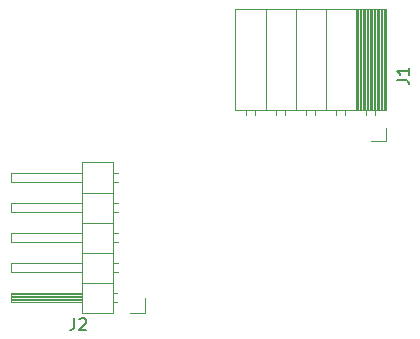
<source format=gbr>
%TF.GenerationSoftware,KiCad,Pcbnew,7.0.1*%
%TF.CreationDate,2023-10-04T10:52:54-04:00*%
%TF.ProjectId,TacTile-L2C,54616354-696c-4652-9d4c-32432e6b6963,rev?*%
%TF.SameCoordinates,Original*%
%TF.FileFunction,Legend,Top*%
%TF.FilePolarity,Positive*%
%FSLAX46Y46*%
G04 Gerber Fmt 4.6, Leading zero omitted, Abs format (unit mm)*
G04 Created by KiCad (PCBNEW 7.0.1) date 2023-10-04 10:52:54*
%MOMM*%
%LPD*%
G01*
G04 APERTURE LIST*
%ADD10C,0.150000*%
%ADD11C,0.120000*%
G04 APERTURE END LIST*
D10*
%TO.C,J1*%
X51732619Y-31053333D02*
X52446904Y-31053333D01*
X52446904Y-31053333D02*
X52589761Y-31100952D01*
X52589761Y-31100952D02*
X52685000Y-31196190D01*
X52685000Y-31196190D02*
X52732619Y-31339047D01*
X52732619Y-31339047D02*
X52732619Y-31434285D01*
X52732619Y-30053333D02*
X52732619Y-30624761D01*
X52732619Y-30339047D02*
X51732619Y-30339047D01*
X51732619Y-30339047D02*
X51875476Y-30434285D01*
X51875476Y-30434285D02*
X51970714Y-30529523D01*
X51970714Y-30529523D02*
X52018333Y-30624761D01*
%TO.C,J2*%
X24406666Y-51232619D02*
X24406666Y-51946904D01*
X24406666Y-51946904D02*
X24359047Y-52089761D01*
X24359047Y-52089761D02*
X24263809Y-52185000D01*
X24263809Y-52185000D02*
X24120952Y-52232619D01*
X24120952Y-52232619D02*
X24025714Y-52232619D01*
X24835238Y-51327857D02*
X24882857Y-51280238D01*
X24882857Y-51280238D02*
X24978095Y-51232619D01*
X24978095Y-51232619D02*
X25216190Y-51232619D01*
X25216190Y-51232619D02*
X25311428Y-51280238D01*
X25311428Y-51280238D02*
X25359047Y-51327857D01*
X25359047Y-51327857D02*
X25406666Y-51423095D01*
X25406666Y-51423095D02*
X25406666Y-51518333D01*
X25406666Y-51518333D02*
X25359047Y-51661190D01*
X25359047Y-51661190D02*
X24787619Y-52232619D01*
X24787619Y-52232619D02*
X25406666Y-52232619D01*
D11*
%TO.C,J1*%
X50830000Y-25010000D02*
X38010000Y-25010000D01*
X50830000Y-25010000D02*
X50830000Y-33640000D01*
X50710000Y-25010000D02*
X50710000Y-33640000D01*
X50591905Y-25010000D02*
X50591905Y-33640000D01*
X50473810Y-25010000D02*
X50473810Y-33640000D01*
X50355715Y-25010000D02*
X50355715Y-33640000D01*
X50237620Y-25010000D02*
X50237620Y-33640000D01*
X50119525Y-25010000D02*
X50119525Y-33640000D01*
X50001430Y-25010000D02*
X50001430Y-33640000D01*
X49883335Y-25010000D02*
X49883335Y-33640000D01*
X49765240Y-25010000D02*
X49765240Y-33640000D01*
X49647145Y-25010000D02*
X49647145Y-33640000D01*
X49529050Y-25010000D02*
X49529050Y-33640000D01*
X49410955Y-25010000D02*
X49410955Y-33640000D01*
X49292860Y-25010000D02*
X49292860Y-33640000D01*
X49174765Y-25010000D02*
X49174765Y-33640000D01*
X49056670Y-25010000D02*
X49056670Y-33640000D01*
X48938575Y-25010000D02*
X48938575Y-33640000D01*
X48820480Y-25010000D02*
X48820480Y-33640000D01*
X48702385Y-25010000D02*
X48702385Y-33640000D01*
X48584290Y-25010000D02*
X48584290Y-33640000D01*
X48466195Y-25010000D02*
X48466195Y-33640000D01*
X48348100Y-25010000D02*
X48348100Y-33640000D01*
X48230000Y-25010000D02*
X48230000Y-33640000D01*
X45690000Y-25010000D02*
X45690000Y-33640000D01*
X43150000Y-25010000D02*
X43150000Y-33640000D01*
X40610000Y-25010000D02*
X40610000Y-33640000D01*
X38010000Y-25010000D02*
X38010000Y-33640000D01*
X50830000Y-33640000D02*
X38010000Y-33640000D01*
X49860000Y-33640000D02*
X49860000Y-33990000D01*
X49140000Y-33640000D02*
X49140000Y-33990000D01*
X47320000Y-33640000D02*
X47320000Y-34050000D01*
X46600000Y-33640000D02*
X46600000Y-34050000D01*
X44780000Y-33640000D02*
X44780000Y-34050000D01*
X44060000Y-33640000D02*
X44060000Y-34050000D01*
X42240000Y-33640000D02*
X42240000Y-34050000D01*
X41520000Y-33640000D02*
X41520000Y-34050000D01*
X39700000Y-33640000D02*
X39700000Y-34050000D01*
X38980000Y-33640000D02*
X38980000Y-34050000D01*
X50830000Y-35100000D02*
X50830000Y-36210000D01*
X50830000Y-36210000D02*
X49500000Y-36210000D01*
%TO.C,J2*%
X30395000Y-50770000D02*
X29125000Y-50770000D01*
X30395000Y-49500000D02*
X30395000Y-50770000D01*
X28082071Y-47340000D02*
X27685000Y-47340000D01*
X28082071Y-46580000D02*
X27685000Y-46580000D01*
X28082071Y-44800000D02*
X27685000Y-44800000D01*
X28082071Y-44040000D02*
X27685000Y-44040000D01*
X28082071Y-42260000D02*
X27685000Y-42260000D01*
X28082071Y-41500000D02*
X27685000Y-41500000D01*
X28082071Y-39720000D02*
X27685000Y-39720000D01*
X28082071Y-38960000D02*
X27685000Y-38960000D01*
X28015000Y-49880000D02*
X27685000Y-49880000D01*
X28015000Y-49120000D02*
X27685000Y-49120000D01*
X27685000Y-50830000D02*
X27685000Y-38010000D01*
X27685000Y-48230000D02*
X25025000Y-48230000D01*
X27685000Y-45690000D02*
X25025000Y-45690000D01*
X27685000Y-43150000D02*
X25025000Y-43150000D01*
X27685000Y-40610000D02*
X25025000Y-40610000D01*
X27685000Y-38010000D02*
X25025000Y-38010000D01*
X25025000Y-50830000D02*
X27685000Y-50830000D01*
X25025000Y-49880000D02*
X19025000Y-49880000D01*
X25025000Y-49820000D02*
X19025000Y-49820000D01*
X25025000Y-49700000D02*
X19025000Y-49700000D01*
X25025000Y-49580000D02*
X19025000Y-49580000D01*
X25025000Y-49460000D02*
X19025000Y-49460000D01*
X25025000Y-49340000D02*
X19025000Y-49340000D01*
X25025000Y-49220000D02*
X19025000Y-49220000D01*
X25025000Y-47340000D02*
X19025000Y-47340000D01*
X25025000Y-44800000D02*
X19025000Y-44800000D01*
X25025000Y-42260000D02*
X19025000Y-42260000D01*
X25025000Y-39720000D02*
X19025000Y-39720000D01*
X25025000Y-38010000D02*
X25025000Y-50830000D01*
X19025000Y-49880000D02*
X19025000Y-49120000D01*
X19025000Y-49120000D02*
X25025000Y-49120000D01*
X19025000Y-47340000D02*
X19025000Y-46580000D01*
X19025000Y-46580000D02*
X25025000Y-46580000D01*
X19025000Y-44800000D02*
X19025000Y-44040000D01*
X19025000Y-44040000D02*
X25025000Y-44040000D01*
X19025000Y-42260000D02*
X19025000Y-41500000D01*
X19025000Y-41500000D02*
X25025000Y-41500000D01*
X19025000Y-39720000D02*
X19025000Y-38960000D01*
X19025000Y-38960000D02*
X25025000Y-38960000D01*
%TD*%
M02*

</source>
